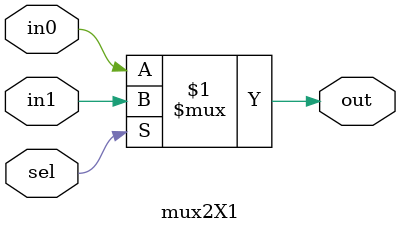
<source format=v>
module mux2X1( in0,in1,sel,out);
    input in0,in1;
    input sel;
    output out;
    assign out=(sel)?in1:in0;
endmodule

</source>
